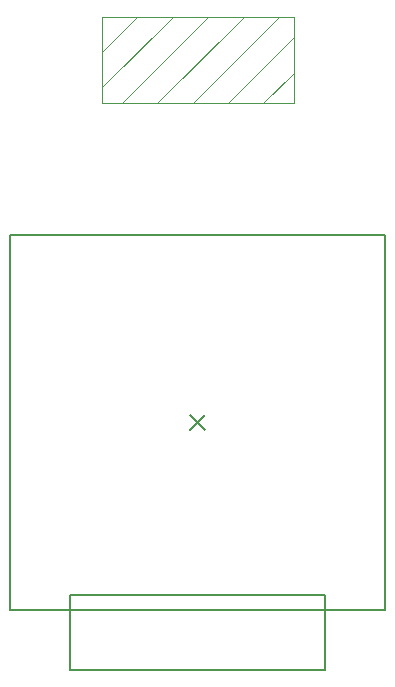
<source format=gbr>
%TF.GenerationSoftware,KiCad,Pcbnew,(6.0.1)*%
%TF.CreationDate,2022-02-03T22:35:59+01:00*%
%TF.ProjectId,ESP8266_12F_BASIC,45535038-3236-4365-9f31-32465f424153,rev?*%
%TF.SameCoordinates,Original*%
%TF.FileFunction,OtherDrawing,Comment*%
%FSLAX46Y46*%
G04 Gerber Fmt 4.6, Leading zero omitted, Abs format (unit mm)*
G04 Created by KiCad (PCBNEW (6.0.1)) date 2022-02-03 22:35:59*
%MOMM*%
%LPD*%
G01*
G04 APERTURE LIST*
%ADD10C,0.150000*%
%ADD11C,0.120000*%
G04 APERTURE END LIST*
D10*
X168275000Y-117475000D02*
X136525000Y-117475000D01*
X153035000Y-102235000D02*
X151765000Y-100965000D01*
X153035000Y-100965000D02*
X151765000Y-102235000D01*
X136525000Y-117475000D02*
X136525000Y-85725000D01*
X168275000Y-85725000D02*
X168275000Y-117475000D01*
X136525000Y-85725000D02*
X168275000Y-85725000D01*
X163195000Y-116205000D02*
X141605000Y-116205000D01*
X141605000Y-116205000D02*
X141605000Y-122555000D01*
X141605000Y-122555000D02*
X163195000Y-122555000D01*
X163195000Y-122555000D02*
X163195000Y-116205000D01*
D11*
%TO.C,U1*%
X145960000Y-74575000D02*
X153280000Y-67255000D01*
X144280000Y-67255000D02*
X160520000Y-67255000D01*
X144280000Y-74575000D02*
X144280000Y-67255000D01*
X154960000Y-74575000D02*
X160520000Y-69015000D01*
X148960000Y-74575000D02*
X156280000Y-67255000D01*
X160520000Y-67255000D02*
X160520000Y-74575000D01*
X151960000Y-74575000D02*
X159280000Y-67255000D01*
X144280000Y-70255000D02*
X147280000Y-67255000D01*
X144280000Y-73255000D02*
X150280000Y-67255000D01*
X157960000Y-74575000D02*
X160520000Y-72015000D01*
X160520000Y-74575000D02*
X144280000Y-74575000D01*
%TD*%
M02*

</source>
